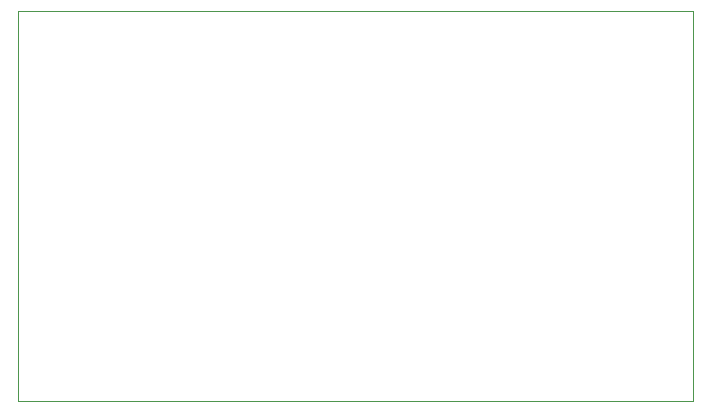
<source format=gbr>
%TF.GenerationSoftware,KiCad,Pcbnew,(5.1.9)-1*%
%TF.CreationDate,2021-11-23T19:16:45+00:00*%
%TF.ProjectId,BT2.0-parallel-board,4254322e-302d-4706-9172-616c6c656c2d,rev?*%
%TF.SameCoordinates,Original*%
%TF.FileFunction,Profile,NP*%
%FSLAX46Y46*%
G04 Gerber Fmt 4.6, Leading zero omitted, Abs format (unit mm)*
G04 Created by KiCad (PCBNEW (5.1.9)-1) date 2021-11-23 19:16:45*
%MOMM*%
%LPD*%
G01*
G04 APERTURE LIST*
%TA.AperFunction,Profile*%
%ADD10C,0.100000*%
%TD*%
G04 APERTURE END LIST*
D10*
X133350000Y-99060000D02*
X133350000Y-132080000D01*
X76200000Y-99060000D02*
X133350000Y-99060000D01*
X76200000Y-132080000D02*
X76200000Y-99060000D01*
X133350000Y-132080000D02*
X76200000Y-132080000D01*
M02*

</source>
